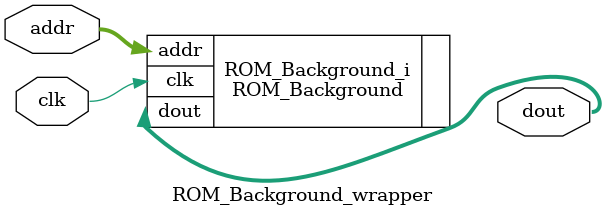
<source format=v>
`timescale 1 ps / 1 ps

module ROM_Background_wrapper
   (addr,
    clk,
    dout);
  input [18:0]addr;
  input clk;
  output [11:0]dout;

  wire [18:0]addr;
  wire clk;
  wire [11:0]dout;

  ROM_Background ROM_Background_i
       (.addr(addr),
        .clk(clk),
        .dout(dout));
endmodule

</source>
